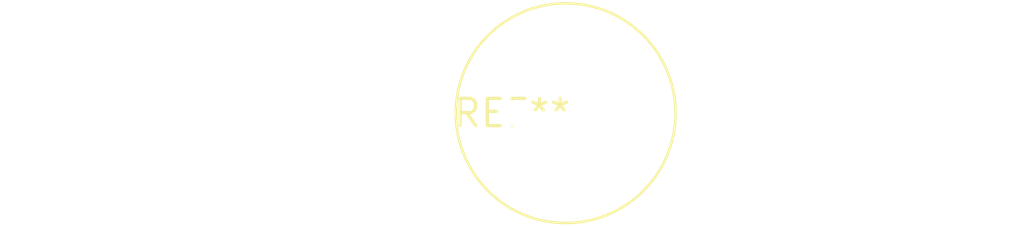
<source format=kicad_pcb>
(kicad_pcb (version 20240108) (generator pcbnew)
  (layers (0 "F.Cu" signal) (31 "B.Cu" signal) (34 "B.Paste" user) (35 "F.Paste" user) (36 "B.SilkS" user "B.Silkscreen") (37 "F.SilkS" user "F.Silkscreen") (38 "B.Mask" user) (39 "F.Mask" user) (44 "Edge.Cuts" user))
  (net 0 "")
  (footprint "L_Radial_D10.0mm_P5.00mm_Neosid_SD12_style3" (layer "F.Cu") (at 0 0)
    (property "Reference" "REF**")
    (property "Value" "L_Radial_D10.0mm_P5.00mm_Neosid_SD12_style3")
    (fp_circle (center 2.5 0) (end 7.62 0) (layer "F.SilkS") (stroke (width 0.12)) (fill none))
    (pad "1" thru_hole circle (at 0 0) (size 2.4 2.4) (drill 1.2) (layers *.Cu *.Mask) (remove_unused_layers))
    (pad "2" thru_hole circle (at 5 0) (size 2.4 2.4) (drill 1.2) (layers *.Cu *.Mask) (remove_unused_layers))
  )
)
</source>
